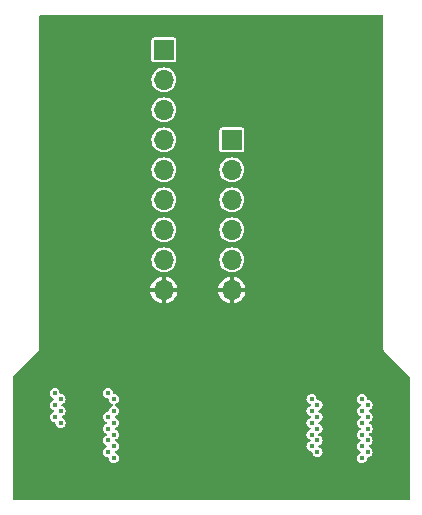
<source format=gbr>
%TF.GenerationSoftware,KiCad,Pcbnew,7.0.8*%
%TF.CreationDate,2023-11-11T12:14:01+10:00*%
%TF.ProjectId,ProgrammingBoard,50726f67-7261-46d6-9d69-6e67426f6172,rev?*%
%TF.SameCoordinates,Original*%
%TF.FileFunction,Copper,L2,Inr*%
%TF.FilePolarity,Positive*%
%FSLAX46Y46*%
G04 Gerber Fmt 4.6, Leading zero omitted, Abs format (unit mm)*
G04 Created by KiCad (PCBNEW 7.0.8) date 2023-11-11 12:14:01*
%MOMM*%
%LPD*%
G01*
G04 APERTURE LIST*
%TA.AperFunction,ComponentPad*%
%ADD10R,1.700000X1.700000*%
%TD*%
%TA.AperFunction,ComponentPad*%
%ADD11O,1.700000X1.700000*%
%TD*%
%TA.AperFunction,ViaPad*%
%ADD12C,0.450000*%
%TD*%
G04 APERTURE END LIST*
D10*
%TO.N,VCC*%
%TO.C,J6*%
X13000000Y25320000D03*
D11*
%TO.N,/Connectors/SDA*%
X13000000Y22780000D03*
%TO.N,/Connectors/SCL*%
X13000000Y20240000D03*
%TO.N,/Connectors/INT1*%
X13000000Y17700000D03*
%TO.N,/Connectors/SWDIO*%
X13000000Y15160000D03*
%TO.N,/Connectors/SWDCLK*%
X13000000Y12620000D03*
%TO.N,/Connectors/RESET*%
X13000000Y10080000D03*
%TO.N,/Connectors/BUTTON*%
X13000000Y7540000D03*
%TO.N,GND*%
X13000000Y5000000D03*
%TD*%
D10*
%TO.N,VCC*%
%TO.C,J5*%
X18750000Y17700000D03*
D11*
%TO.N,/Connectors/LED0*%
X18750000Y15160000D03*
%TO.N,/Connectors/LED1*%
X18750000Y12620000D03*
%TO.N,/Connectors/LED2*%
X18750000Y10080000D03*
%TO.N,/Connectors/LED3*%
X18750000Y7540000D03*
%TO.N,GND*%
X18750000Y5000000D03*
%TD*%
D12*
%TO.N,GND*%
X4250000Y-9250000D03*
X30250000Y-3750000D03*
X3750000Y-8750000D03*
X3750000Y-6750000D03*
X3750000Y-7750000D03*
X25500000Y-9250000D03*
X4250000Y-7250000D03*
X8250000Y-4750000D03*
X4250000Y-8250000D03*
X26000000Y-3750000D03*
%TO.N,/Connectors/ROW0*%
X25500000Y-4250000D03*
%TO.N,/Connectors/COL9*%
X30250000Y-8750000D03*
%TO.N,/Connectors/ROW1*%
X26000000Y-4750000D03*
%TO.N,/Connectors/COL10*%
X29750000Y-9250000D03*
%TO.N,/Connectors/ROW2*%
X25500000Y-5250000D03*
%TO.N,/Connectors/COL0*%
X29750000Y-4250000D03*
%TO.N,/Connectors/ROW3*%
X26000000Y-5750000D03*
%TO.N,/Connectors/COL1*%
X30250000Y-4750000D03*
%TO.N,/Connectors/ROW4*%
X25500000Y-6250000D03*
%TO.N,/Connectors/COL2*%
X29750000Y-5250000D03*
%TO.N,/Connectors/ROW5*%
X26000000Y-6750000D03*
%TO.N,/Connectors/COL3*%
X30250000Y-5750000D03*
%TO.N,/Connectors/ROW6*%
X25500000Y-7250000D03*
%TO.N,/Connectors/COL4*%
X29750000Y-6250000D03*
%TO.N,/Connectors/ROW7*%
X26000000Y-7750000D03*
%TO.N,/Connectors/COL5*%
X30250000Y-6750000D03*
%TO.N,/Connectors/ROW8*%
X25500000Y-8250000D03*
%TO.N,/Connectors/COL6*%
X29750000Y-7250000D03*
%TO.N,/Connectors/ROW9*%
X26000000Y-8750000D03*
%TO.N,/Connectors/COL7*%
X30250000Y-7750000D03*
%TO.N,/Connectors/COL8*%
X29750000Y-8250000D03*
%TO.N,/Connectors/RESET*%
X8250000Y-6750000D03*
%TO.N,VCC*%
X4250000Y-4250000D03*
X4250000Y-5250000D03*
X3750000Y-5750000D03*
X3750000Y-3750000D03*
X3750000Y-4750000D03*
X4250000Y-6250000D03*
%TO.N,/Connectors/SWDCLK*%
X8750000Y-6250000D03*
%TO.N,/Connectors/SWDIO*%
X8250000Y-5750000D03*
%TO.N,/Connectors/LED0*%
X8750000Y-7250000D03*
%TO.N,/Connectors/LED1*%
X8250000Y-7750000D03*
%TO.N,/Connectors/SDA*%
X8250000Y-3750000D03*
%TO.N,/Connectors/SCL*%
X8750000Y-4250000D03*
%TO.N,/Connectors/LED2*%
X8750000Y-8250000D03*
%TO.N,/Connectors/LED3*%
X8250000Y-8750000D03*
%TO.N,/Connectors/BUTTON*%
X8750000Y-9250000D03*
%TO.N,/Connectors/INT1*%
X8750000Y-5250000D03*
%TD*%
%TA.AperFunction,Conductor*%
%TO.N,GND*%
G36*
X31508691Y28280593D02*
G01*
X31544655Y28231093D01*
X31549500Y28200500D01*
X31549500Y50884D01*
X31546654Y34138D01*
X31546887Y34111D01*
X31545638Y23027D01*
X31549189Y-8494D01*
X31549500Y-14039D01*
X31549500Y-22589D01*
X31551402Y-30924D01*
X31552332Y-36398D01*
X31555884Y-67926D01*
X31559568Y-78454D01*
X31559348Y-78530D01*
X31559660Y-79284D01*
X31559871Y-79183D01*
X31564710Y-89233D01*
X31584490Y-114036D01*
X31587702Y-118562D01*
X31592250Y-125799D01*
X31592254Y-125804D01*
X31598299Y-131850D01*
X31601998Y-135989D01*
X31621774Y-160786D01*
X31621776Y-160788D01*
X31621777Y-160788D01*
X31630496Y-167741D01*
X31630349Y-167924D01*
X31644205Y-177754D01*
X33770504Y-2304053D01*
X33798281Y-2358570D01*
X33799500Y-2374057D01*
X33799500Y-12700500D01*
X33780593Y-12758691D01*
X33731093Y-12794655D01*
X33700500Y-12799500D01*
X299500Y-12799500D01*
X241309Y-12780593D01*
X205345Y-12731093D01*
X200500Y-12700500D01*
X200500Y-8750000D01*
X7819196Y-8750000D01*
X7840281Y-8883127D01*
X7840282Y-8883129D01*
X7901470Y-9003217D01*
X7901472Y-9003220D01*
X7996780Y-9098528D01*
X8116874Y-9159719D01*
X8238007Y-9178904D01*
X8238692Y-9179013D01*
X8293209Y-9206790D01*
X8320986Y-9261306D01*
X8340281Y-9383127D01*
X8340282Y-9383129D01*
X8401470Y-9503217D01*
X8401472Y-9503220D01*
X8496780Y-9598528D01*
X8616874Y-9659719D01*
X8750000Y-9680804D01*
X8883126Y-9659719D01*
X9003220Y-9598528D01*
X9098528Y-9503220D01*
X9159719Y-9383126D01*
X9180804Y-9250000D01*
X29319196Y-9250000D01*
X29340281Y-9383127D01*
X29340282Y-9383129D01*
X29401470Y-9503217D01*
X29401472Y-9503220D01*
X29496780Y-9598528D01*
X29616874Y-9659719D01*
X29750000Y-9680804D01*
X29883126Y-9659719D01*
X30003220Y-9598528D01*
X30098528Y-9503220D01*
X30159719Y-9383126D01*
X30179013Y-9261306D01*
X30206790Y-9206791D01*
X30261306Y-9179013D01*
X30383126Y-9159719D01*
X30503220Y-9098528D01*
X30598528Y-9003220D01*
X30659719Y-8883126D01*
X30680804Y-8750000D01*
X30659719Y-8616874D01*
X30598528Y-8496780D01*
X30503220Y-8401472D01*
X30503217Y-8401470D01*
X30379061Y-8338209D01*
X30335796Y-8294945D01*
X30326225Y-8234513D01*
X30354003Y-8179996D01*
X30379061Y-8161791D01*
X30467222Y-8116870D01*
X30503220Y-8098528D01*
X30598528Y-8003220D01*
X30659719Y-7883126D01*
X30680804Y-7750000D01*
X30659719Y-7616874D01*
X30598528Y-7496780D01*
X30503220Y-7401472D01*
X30503217Y-7401470D01*
X30379061Y-7338209D01*
X30335796Y-7294945D01*
X30326225Y-7234513D01*
X30354003Y-7179996D01*
X30379061Y-7161791D01*
X30467222Y-7116870D01*
X30503220Y-7098528D01*
X30598528Y-7003220D01*
X30659719Y-6883126D01*
X30680804Y-6750000D01*
X30659719Y-6616874D01*
X30598528Y-6496780D01*
X30503220Y-6401472D01*
X30503217Y-6401470D01*
X30379061Y-6338209D01*
X30335796Y-6294945D01*
X30326225Y-6234513D01*
X30354003Y-6179996D01*
X30379061Y-6161791D01*
X30467222Y-6116870D01*
X30503220Y-6098528D01*
X30598528Y-6003220D01*
X30659719Y-5883126D01*
X30680804Y-5750000D01*
X30659719Y-5616874D01*
X30598528Y-5496780D01*
X30503220Y-5401472D01*
X30503217Y-5401470D01*
X30379061Y-5338209D01*
X30335796Y-5294945D01*
X30326225Y-5234513D01*
X30354003Y-5179996D01*
X30379061Y-5161791D01*
X30467222Y-5116870D01*
X30503220Y-5098528D01*
X30598528Y-5003220D01*
X30659719Y-4883126D01*
X30680804Y-4750000D01*
X30659719Y-4616874D01*
X30598528Y-4496780D01*
X30503220Y-4401472D01*
X30503217Y-4401470D01*
X30383129Y-4340282D01*
X30383127Y-4340281D01*
X30261306Y-4320986D01*
X30206790Y-4293208D01*
X30179013Y-4238692D01*
X30173960Y-4206790D01*
X30159719Y-4116874D01*
X30098528Y-3996780D01*
X30003220Y-3901472D01*
X30003217Y-3901470D01*
X29883129Y-3840282D01*
X29883127Y-3840281D01*
X29750000Y-3819196D01*
X29616872Y-3840281D01*
X29616870Y-3840282D01*
X29496782Y-3901470D01*
X29401470Y-3996782D01*
X29340282Y-4116870D01*
X29340281Y-4116872D01*
X29319196Y-4249999D01*
X29319196Y-4250000D01*
X29340281Y-4383127D01*
X29340282Y-4383129D01*
X29401470Y-4503217D01*
X29401472Y-4503220D01*
X29496780Y-4598528D01*
X29532778Y-4616870D01*
X29620939Y-4661791D01*
X29664203Y-4705056D01*
X29673774Y-4765488D01*
X29645996Y-4820004D01*
X29620939Y-4838209D01*
X29496781Y-4901471D01*
X29401470Y-4996782D01*
X29340282Y-5116870D01*
X29340281Y-5116872D01*
X29319196Y-5249999D01*
X29319196Y-5250000D01*
X29340281Y-5383127D01*
X29340282Y-5383129D01*
X29401470Y-5503217D01*
X29401472Y-5503220D01*
X29496780Y-5598528D01*
X29532778Y-5616870D01*
X29620939Y-5661791D01*
X29664203Y-5705056D01*
X29673774Y-5765488D01*
X29645996Y-5820004D01*
X29620939Y-5838209D01*
X29496781Y-5901471D01*
X29401470Y-5996782D01*
X29340282Y-6116870D01*
X29340281Y-6116872D01*
X29319196Y-6249999D01*
X29319196Y-6250000D01*
X29340281Y-6383127D01*
X29340282Y-6383129D01*
X29401470Y-6503217D01*
X29401472Y-6503220D01*
X29496780Y-6598528D01*
X29532778Y-6616870D01*
X29620939Y-6661791D01*
X29664203Y-6705056D01*
X29673774Y-6765488D01*
X29645996Y-6820004D01*
X29620939Y-6838209D01*
X29496781Y-6901471D01*
X29401470Y-6996782D01*
X29340282Y-7116870D01*
X29340281Y-7116872D01*
X29319196Y-7249999D01*
X29319196Y-7250000D01*
X29340281Y-7383127D01*
X29340282Y-7383129D01*
X29401470Y-7503217D01*
X29401472Y-7503220D01*
X29496780Y-7598528D01*
X29532778Y-7616870D01*
X29620939Y-7661791D01*
X29664203Y-7705056D01*
X29673774Y-7765488D01*
X29645996Y-7820004D01*
X29620939Y-7838209D01*
X29496781Y-7901471D01*
X29401470Y-7996782D01*
X29340282Y-8116870D01*
X29340281Y-8116872D01*
X29319196Y-8249999D01*
X29319196Y-8250000D01*
X29340281Y-8383127D01*
X29340282Y-8383129D01*
X29401470Y-8503217D01*
X29401472Y-8503220D01*
X29496780Y-8598528D01*
X29532778Y-8616870D01*
X29620939Y-8661791D01*
X29664203Y-8705056D01*
X29673774Y-8765488D01*
X29645996Y-8820004D01*
X29620939Y-8838209D01*
X29496781Y-8901471D01*
X29401470Y-8996782D01*
X29340282Y-9116870D01*
X29340281Y-9116872D01*
X29319196Y-9249999D01*
X29319196Y-9250000D01*
X9180804Y-9250000D01*
X9159719Y-9116874D01*
X9098528Y-8996780D01*
X9003220Y-8901472D01*
X9003217Y-8901470D01*
X8879061Y-8838209D01*
X8835796Y-8794945D01*
X8826225Y-8734513D01*
X8854003Y-8679996D01*
X8879061Y-8661791D01*
X8967222Y-8616870D01*
X9003220Y-8598528D01*
X9098528Y-8503220D01*
X9159719Y-8383126D01*
X9180804Y-8250000D01*
X25069196Y-8250000D01*
X25090281Y-8383127D01*
X25090282Y-8383129D01*
X25151470Y-8503217D01*
X25151472Y-8503220D01*
X25246780Y-8598528D01*
X25366874Y-8659719D01*
X25488007Y-8678904D01*
X25488692Y-8679013D01*
X25543209Y-8706790D01*
X25570986Y-8761306D01*
X25590281Y-8883127D01*
X25590282Y-8883129D01*
X25651470Y-9003217D01*
X25651472Y-9003220D01*
X25746780Y-9098528D01*
X25866874Y-9159719D01*
X26000000Y-9180804D01*
X26133126Y-9159719D01*
X26253220Y-9098528D01*
X26348528Y-9003220D01*
X26409719Y-8883126D01*
X26430804Y-8750000D01*
X26409719Y-8616874D01*
X26348528Y-8496780D01*
X26253220Y-8401472D01*
X26253217Y-8401470D01*
X26129061Y-8338209D01*
X26085796Y-8294945D01*
X26076225Y-8234513D01*
X26104003Y-8179996D01*
X26129061Y-8161791D01*
X26217222Y-8116870D01*
X26253220Y-8098528D01*
X26348528Y-8003220D01*
X26409719Y-7883126D01*
X26430804Y-7750000D01*
X26409719Y-7616874D01*
X26348528Y-7496780D01*
X26253220Y-7401472D01*
X26253217Y-7401470D01*
X26129061Y-7338209D01*
X26085796Y-7294945D01*
X26076225Y-7234513D01*
X26104003Y-7179996D01*
X26129061Y-7161791D01*
X26217222Y-7116870D01*
X26253220Y-7098528D01*
X26348528Y-7003220D01*
X26409719Y-6883126D01*
X26430804Y-6750000D01*
X26409719Y-6616874D01*
X26348528Y-6496780D01*
X26253220Y-6401472D01*
X26253217Y-6401470D01*
X26129061Y-6338209D01*
X26085796Y-6294945D01*
X26076225Y-6234513D01*
X26104003Y-6179996D01*
X26129061Y-6161791D01*
X26217222Y-6116870D01*
X26253220Y-6098528D01*
X26348528Y-6003220D01*
X26409719Y-5883126D01*
X26430804Y-5750000D01*
X26409719Y-5616874D01*
X26348528Y-5496780D01*
X26253220Y-5401472D01*
X26253217Y-5401470D01*
X26129061Y-5338209D01*
X26085796Y-5294945D01*
X26076225Y-5234513D01*
X26104003Y-5179996D01*
X26129061Y-5161791D01*
X26217222Y-5116870D01*
X26253220Y-5098528D01*
X26348528Y-5003220D01*
X26409719Y-4883126D01*
X26430804Y-4750000D01*
X26409719Y-4616874D01*
X26348528Y-4496780D01*
X26253220Y-4401472D01*
X26253217Y-4401470D01*
X26133129Y-4340282D01*
X26133127Y-4340281D01*
X26011306Y-4320986D01*
X25956790Y-4293208D01*
X25929013Y-4238692D01*
X25923960Y-4206790D01*
X25909719Y-4116874D01*
X25848528Y-3996780D01*
X25753220Y-3901472D01*
X25753217Y-3901470D01*
X25633129Y-3840282D01*
X25633127Y-3840281D01*
X25500000Y-3819196D01*
X25366872Y-3840281D01*
X25366870Y-3840282D01*
X25246782Y-3901470D01*
X25151470Y-3996782D01*
X25090282Y-4116870D01*
X25090281Y-4116872D01*
X25069196Y-4249999D01*
X25069196Y-4250000D01*
X25090281Y-4383127D01*
X25090282Y-4383129D01*
X25151470Y-4503217D01*
X25151472Y-4503220D01*
X25246780Y-4598528D01*
X25282778Y-4616870D01*
X25370939Y-4661791D01*
X25414203Y-4705056D01*
X25423774Y-4765488D01*
X25395996Y-4820004D01*
X25370939Y-4838209D01*
X25246781Y-4901471D01*
X25151470Y-4996782D01*
X25090282Y-5116870D01*
X25090281Y-5116872D01*
X25069196Y-5249999D01*
X25069196Y-5250000D01*
X25090281Y-5383127D01*
X25090282Y-5383129D01*
X25151470Y-5503217D01*
X25151472Y-5503220D01*
X25246780Y-5598528D01*
X25282778Y-5616870D01*
X25370939Y-5661791D01*
X25414203Y-5705056D01*
X25423774Y-5765488D01*
X25395996Y-5820004D01*
X25370939Y-5838209D01*
X25246781Y-5901471D01*
X25151470Y-5996782D01*
X25090282Y-6116870D01*
X25090281Y-6116872D01*
X25069196Y-6249999D01*
X25069196Y-6250000D01*
X25090281Y-6383127D01*
X25090282Y-6383129D01*
X25151470Y-6503217D01*
X25151472Y-6503220D01*
X25246780Y-6598528D01*
X25282778Y-6616870D01*
X25370939Y-6661791D01*
X25414203Y-6705056D01*
X25423774Y-6765488D01*
X25395996Y-6820004D01*
X25370939Y-6838209D01*
X25246781Y-6901471D01*
X25151470Y-6996782D01*
X25090282Y-7116870D01*
X25090281Y-7116872D01*
X25069196Y-7249999D01*
X25069196Y-7250000D01*
X25090281Y-7383127D01*
X25090282Y-7383129D01*
X25151470Y-7503217D01*
X25151472Y-7503220D01*
X25246780Y-7598528D01*
X25282778Y-7616870D01*
X25370939Y-7661791D01*
X25414203Y-7705056D01*
X25423774Y-7765488D01*
X25395996Y-7820004D01*
X25370939Y-7838209D01*
X25246781Y-7901471D01*
X25151470Y-7996782D01*
X25090282Y-8116870D01*
X25090281Y-8116872D01*
X25069196Y-8249999D01*
X25069196Y-8250000D01*
X9180804Y-8250000D01*
X9159719Y-8116874D01*
X9098528Y-7996780D01*
X9003220Y-7901472D01*
X9003217Y-7901470D01*
X8879061Y-7838209D01*
X8835796Y-7794945D01*
X8826225Y-7734513D01*
X8854003Y-7679996D01*
X8879061Y-7661791D01*
X8967222Y-7616870D01*
X9003220Y-7598528D01*
X9098528Y-7503220D01*
X9159719Y-7383126D01*
X9180804Y-7250000D01*
X9159719Y-7116874D01*
X9098528Y-6996780D01*
X9003220Y-6901472D01*
X9003217Y-6901470D01*
X8879061Y-6838209D01*
X8835796Y-6794945D01*
X8826225Y-6734513D01*
X8854003Y-6679996D01*
X8879061Y-6661791D01*
X8967222Y-6616870D01*
X9003220Y-6598528D01*
X9098528Y-6503220D01*
X9159719Y-6383126D01*
X9180804Y-6250000D01*
X9159719Y-6116874D01*
X9098528Y-5996780D01*
X9003220Y-5901472D01*
X9003217Y-5901470D01*
X8879061Y-5838209D01*
X8835796Y-5794945D01*
X8826225Y-5734513D01*
X8854003Y-5679996D01*
X8879061Y-5661791D01*
X8967222Y-5616870D01*
X9003220Y-5598528D01*
X9098528Y-5503220D01*
X9159719Y-5383126D01*
X9180804Y-5250000D01*
X9159719Y-5116874D01*
X9098528Y-4996780D01*
X9003220Y-4901472D01*
X9003217Y-4901470D01*
X8879061Y-4838209D01*
X8835796Y-4794945D01*
X8826225Y-4734513D01*
X8854003Y-4679996D01*
X8879061Y-4661791D01*
X8967222Y-4616870D01*
X9003220Y-4598528D01*
X9098528Y-4503220D01*
X9159719Y-4383126D01*
X9180804Y-4250000D01*
X9159719Y-4116874D01*
X9098528Y-3996780D01*
X9003220Y-3901472D01*
X9003217Y-3901470D01*
X8883129Y-3840282D01*
X8883127Y-3840281D01*
X8761306Y-3820986D01*
X8706790Y-3793208D01*
X8679013Y-3738692D01*
X8678904Y-3738007D01*
X8659719Y-3616874D01*
X8598528Y-3496780D01*
X8503220Y-3401472D01*
X8503217Y-3401470D01*
X8383129Y-3340282D01*
X8383127Y-3340281D01*
X8250000Y-3319196D01*
X8116872Y-3340281D01*
X8116870Y-3340282D01*
X7996782Y-3401470D01*
X7901470Y-3496782D01*
X7840282Y-3616870D01*
X7840281Y-3616872D01*
X7819196Y-3749999D01*
X7819196Y-3750000D01*
X7840281Y-3883127D01*
X7840282Y-3883129D01*
X7901470Y-4003217D01*
X7901472Y-4003220D01*
X7996780Y-4098528D01*
X8116874Y-4159719D01*
X8238007Y-4178904D01*
X8238692Y-4179013D01*
X8293209Y-4206790D01*
X8320986Y-4261306D01*
X8340281Y-4383127D01*
X8340282Y-4383129D01*
X8401470Y-4503217D01*
X8401472Y-4503220D01*
X8496780Y-4598528D01*
X8532778Y-4616870D01*
X8620939Y-4661791D01*
X8664203Y-4705056D01*
X8673774Y-4765488D01*
X8645996Y-4820004D01*
X8620939Y-4838209D01*
X8496781Y-4901471D01*
X8401470Y-4996782D01*
X8340282Y-5116870D01*
X8340281Y-5116872D01*
X8320986Y-5238693D01*
X8293208Y-5293209D01*
X8238693Y-5320986D01*
X8116872Y-5340281D01*
X8116870Y-5340282D01*
X7996782Y-5401470D01*
X7901470Y-5496782D01*
X7840282Y-5616870D01*
X7840281Y-5616872D01*
X7819196Y-5749999D01*
X7819196Y-5750000D01*
X7840281Y-5883127D01*
X7840282Y-5883129D01*
X7901470Y-6003217D01*
X7901472Y-6003220D01*
X7996780Y-6098528D01*
X8032778Y-6116870D01*
X8120939Y-6161791D01*
X8164203Y-6205056D01*
X8173774Y-6265488D01*
X8145996Y-6320004D01*
X8120939Y-6338209D01*
X7996781Y-6401471D01*
X7901470Y-6496782D01*
X7840282Y-6616870D01*
X7840281Y-6616872D01*
X7819196Y-6749999D01*
X7819196Y-6750000D01*
X7840281Y-6883127D01*
X7840282Y-6883129D01*
X7901470Y-7003217D01*
X7901472Y-7003220D01*
X7996780Y-7098528D01*
X8032778Y-7116870D01*
X8120939Y-7161791D01*
X8164203Y-7205056D01*
X8173774Y-7265488D01*
X8145996Y-7320004D01*
X8120939Y-7338209D01*
X7996781Y-7401471D01*
X7901470Y-7496782D01*
X7840282Y-7616870D01*
X7840281Y-7616872D01*
X7819196Y-7749999D01*
X7819196Y-7750000D01*
X7840281Y-7883127D01*
X7840282Y-7883129D01*
X7901470Y-8003217D01*
X7901472Y-8003220D01*
X7996780Y-8098528D01*
X8032778Y-8116870D01*
X8120939Y-8161791D01*
X8164203Y-8205056D01*
X8173774Y-8265488D01*
X8145996Y-8320004D01*
X8120939Y-8338209D01*
X7996781Y-8401471D01*
X7901470Y-8496782D01*
X7840282Y-8616870D01*
X7840281Y-8616872D01*
X7819196Y-8749999D01*
X7819196Y-8750000D01*
X200500Y-8750000D01*
X200500Y-5750000D01*
X3319196Y-5750000D01*
X3340281Y-5883127D01*
X3340282Y-5883129D01*
X3401470Y-6003217D01*
X3401472Y-6003220D01*
X3496780Y-6098528D01*
X3616874Y-6159719D01*
X3738007Y-6178904D01*
X3738692Y-6179013D01*
X3793209Y-6206790D01*
X3820986Y-6261306D01*
X3840281Y-6383127D01*
X3840282Y-6383129D01*
X3901470Y-6503217D01*
X3901472Y-6503220D01*
X3996780Y-6598528D01*
X4116874Y-6659719D01*
X4250000Y-6680804D01*
X4383126Y-6659719D01*
X4503220Y-6598528D01*
X4598528Y-6503220D01*
X4659719Y-6383126D01*
X4680804Y-6250000D01*
X4659719Y-6116874D01*
X4598528Y-5996780D01*
X4503220Y-5901472D01*
X4503217Y-5901470D01*
X4379061Y-5838209D01*
X4335796Y-5794945D01*
X4326225Y-5734513D01*
X4354003Y-5679996D01*
X4379061Y-5661791D01*
X4467222Y-5616870D01*
X4503220Y-5598528D01*
X4598528Y-5503220D01*
X4659719Y-5383126D01*
X4680804Y-5250000D01*
X4659719Y-5116874D01*
X4598528Y-4996780D01*
X4503220Y-4901472D01*
X4503217Y-4901470D01*
X4379061Y-4838209D01*
X4335796Y-4794945D01*
X4326225Y-4734513D01*
X4354003Y-4679996D01*
X4379061Y-4661791D01*
X4467222Y-4616870D01*
X4503220Y-4598528D01*
X4598528Y-4503220D01*
X4659719Y-4383126D01*
X4680804Y-4250000D01*
X4659719Y-4116874D01*
X4598528Y-3996780D01*
X4503220Y-3901472D01*
X4503217Y-3901470D01*
X4383129Y-3840282D01*
X4383127Y-3840281D01*
X4261306Y-3820986D01*
X4206790Y-3793208D01*
X4179013Y-3738692D01*
X4178904Y-3738007D01*
X4159719Y-3616874D01*
X4098528Y-3496780D01*
X4003220Y-3401472D01*
X4003217Y-3401470D01*
X3883129Y-3340282D01*
X3883127Y-3340281D01*
X3750000Y-3319196D01*
X3616872Y-3340281D01*
X3616870Y-3340282D01*
X3496782Y-3401470D01*
X3401470Y-3496782D01*
X3340282Y-3616870D01*
X3340281Y-3616872D01*
X3319196Y-3749999D01*
X3319196Y-3750000D01*
X3340281Y-3883127D01*
X3340282Y-3883129D01*
X3401470Y-4003217D01*
X3401472Y-4003220D01*
X3496780Y-4098528D01*
X3532778Y-4116870D01*
X3620939Y-4161791D01*
X3664203Y-4205056D01*
X3673774Y-4265488D01*
X3645996Y-4320004D01*
X3620939Y-4338209D01*
X3496781Y-4401471D01*
X3401470Y-4496782D01*
X3340282Y-4616870D01*
X3340281Y-4616872D01*
X3319196Y-4749999D01*
X3319196Y-4750000D01*
X3340281Y-4883127D01*
X3340282Y-4883129D01*
X3401470Y-5003217D01*
X3401472Y-5003220D01*
X3496780Y-5098528D01*
X3532778Y-5116870D01*
X3620939Y-5161791D01*
X3664203Y-5205056D01*
X3673774Y-5265488D01*
X3645996Y-5320004D01*
X3620939Y-5338209D01*
X3496781Y-5401471D01*
X3401470Y-5496782D01*
X3340282Y-5616870D01*
X3340281Y-5616872D01*
X3319196Y-5749999D01*
X3319196Y-5750000D01*
X200500Y-5750000D01*
X200500Y-2374057D01*
X219407Y-2315866D01*
X229496Y-2304053D01*
X449412Y-2084137D01*
X2355794Y-177754D01*
X2369644Y-167928D01*
X2369499Y-167746D01*
X2378222Y-160789D01*
X2378222Y-160788D01*
X2378224Y-160788D01*
X2398002Y-135986D01*
X2401699Y-131850D01*
X2407749Y-125801D01*
X2412304Y-118551D01*
X2415499Y-114046D01*
X2435290Y-89231D01*
X2435290Y-89227D01*
X2440131Y-79178D01*
X2440343Y-79280D01*
X2440652Y-78532D01*
X2440431Y-78455D01*
X2444115Y-67925D01*
X2444114Y-67925D01*
X2444116Y-67924D01*
X2447670Y-36372D01*
X2448596Y-30929D01*
X2450500Y-22590D01*
X2450500Y-14039D01*
X2450811Y-8499D01*
X2450812Y-8494D01*
X2454363Y23027D01*
X2454361Y23031D01*
X2453114Y34112D01*
X2453345Y34139D01*
X2450500Y50888D01*
X2450500Y4850000D01*
X11858973Y4850000D01*
X11864738Y4787784D01*
X11923064Y4582790D01*
X12018057Y4392017D01*
X12018062Y4392008D01*
X12146496Y4221936D01*
X12146506Y4221925D01*
X12303995Y4078353D01*
X12303994Y4078353D01*
X12485206Y3966153D01*
X12683941Y3889162D01*
X12849999Y3858120D01*
X12850000Y3858120D01*
X12850000Y4518830D01*
X12857685Y4515320D01*
X12964237Y4500000D01*
X13035763Y4500000D01*
X13142315Y4515320D01*
X13150000Y4518830D01*
X13150000Y3858120D01*
X13316058Y3889162D01*
X13514793Y3966153D01*
X13696004Y4078353D01*
X13853493Y4221925D01*
X13853503Y4221936D01*
X13981937Y4392008D01*
X13981942Y4392017D01*
X14076935Y4582790D01*
X14135261Y4787784D01*
X14141027Y4850000D01*
X17608973Y4850000D01*
X17614738Y4787784D01*
X17673064Y4582790D01*
X17768057Y4392017D01*
X17768062Y4392008D01*
X17896496Y4221936D01*
X17896506Y4221925D01*
X18053995Y4078353D01*
X18053994Y4078353D01*
X18235206Y3966153D01*
X18433941Y3889162D01*
X18599999Y3858120D01*
X18600000Y3858120D01*
X18600000Y4518830D01*
X18607685Y4515320D01*
X18714237Y4500000D01*
X18785763Y4500000D01*
X18892315Y4515320D01*
X18900000Y4518830D01*
X18900000Y3858120D01*
X19066058Y3889162D01*
X19264793Y3966153D01*
X19446004Y4078353D01*
X19603493Y4221925D01*
X19603503Y4221936D01*
X19731937Y4392008D01*
X19731942Y4392017D01*
X19826935Y4582790D01*
X19885261Y4787784D01*
X19891027Y4850000D01*
X19227065Y4850000D01*
X19250000Y4928111D01*
X19250000Y5071889D01*
X19227065Y5150000D01*
X19891026Y5150000D01*
X19885261Y5212217D01*
X19826935Y5417211D01*
X19731942Y5607984D01*
X19731937Y5607993D01*
X19603503Y5778065D01*
X19603493Y5778076D01*
X19446004Y5921648D01*
X19446005Y5921648D01*
X19264793Y6033848D01*
X19066061Y6110838D01*
X19066055Y6110840D01*
X18900000Y6141882D01*
X18900000Y5481171D01*
X18892315Y5484680D01*
X18785763Y5500000D01*
X18714237Y5500000D01*
X18607685Y5484680D01*
X18600000Y5481171D01*
X18600000Y6141881D01*
X18599999Y6141882D01*
X18433944Y6110840D01*
X18433938Y6110838D01*
X18235206Y6033848D01*
X18053995Y5921648D01*
X17896506Y5778076D01*
X17896496Y5778065D01*
X17768062Y5607993D01*
X17768057Y5607984D01*
X17673064Y5417211D01*
X17614738Y5212217D01*
X17608973Y5150000D01*
X18272935Y5150000D01*
X18250000Y5071889D01*
X18250000Y4928111D01*
X18272935Y4850000D01*
X17608973Y4850000D01*
X14141027Y4850000D01*
X13477065Y4850000D01*
X13500000Y4928111D01*
X13500000Y5071889D01*
X13477065Y5150000D01*
X14141026Y5150000D01*
X14135261Y5212217D01*
X14076935Y5417211D01*
X13981942Y5607984D01*
X13981937Y5607993D01*
X13853503Y5778065D01*
X13853493Y5778076D01*
X13696004Y5921648D01*
X13696005Y5921648D01*
X13514793Y6033848D01*
X13316061Y6110838D01*
X13316055Y6110840D01*
X13150000Y6141882D01*
X13150000Y5481171D01*
X13142315Y5484680D01*
X13035763Y5500000D01*
X12964237Y5500000D01*
X12857685Y5484680D01*
X12850000Y5481171D01*
X12850000Y6141881D01*
X12849999Y6141882D01*
X12683944Y6110840D01*
X12683938Y6110838D01*
X12485206Y6033848D01*
X12303995Y5921648D01*
X12146506Y5778076D01*
X12146496Y5778065D01*
X12018062Y5607993D01*
X12018057Y5607984D01*
X11923064Y5417211D01*
X11864738Y5212217D01*
X11858973Y5150000D01*
X12522935Y5150000D01*
X12500000Y5071889D01*
X12500000Y4928111D01*
X12522935Y4850000D01*
X11858973Y4850000D01*
X2450500Y4850000D01*
X2450500Y7539997D01*
X11944417Y7539997D01*
X11964698Y7334071D01*
X11964699Y7334066D01*
X12024768Y7136046D01*
X12122316Y6953548D01*
X12253585Y6793596D01*
X12253590Y6793590D01*
X12253595Y6793586D01*
X12413547Y6662317D01*
X12413548Y6662317D01*
X12413550Y6662315D01*
X12596046Y6564768D01*
X12733997Y6522922D01*
X12794065Y6504700D01*
X12794070Y6504699D01*
X12999997Y6484417D01*
X13000000Y6484417D01*
X13000003Y6484417D01*
X13205929Y6504699D01*
X13205934Y6504700D01*
X13403954Y6564768D01*
X13586450Y6662315D01*
X13746410Y6793590D01*
X13877685Y6953550D01*
X13975232Y7136046D01*
X14035300Y7334066D01*
X14035301Y7334071D01*
X14055583Y7539997D01*
X17694417Y7539997D01*
X17714698Y7334071D01*
X17714699Y7334066D01*
X17774768Y7136046D01*
X17872316Y6953548D01*
X18003585Y6793596D01*
X18003590Y6793590D01*
X18003595Y6793586D01*
X18163547Y6662317D01*
X18163548Y6662317D01*
X18163550Y6662315D01*
X18346046Y6564768D01*
X18483997Y6522922D01*
X18544065Y6504700D01*
X18544070Y6504699D01*
X18749997Y6484417D01*
X18750000Y6484417D01*
X18750003Y6484417D01*
X18955929Y6504699D01*
X18955934Y6504700D01*
X19153954Y6564768D01*
X19336450Y6662315D01*
X19496410Y6793590D01*
X19627685Y6953550D01*
X19725232Y7136046D01*
X19785300Y7334066D01*
X19785301Y7334071D01*
X19805583Y7539997D01*
X19805583Y7540004D01*
X19785301Y7745930D01*
X19785300Y7745935D01*
X19767078Y7806003D01*
X19725232Y7943954D01*
X19627685Y8126450D01*
X19496410Y8286410D01*
X19496404Y8286415D01*
X19336452Y8417684D01*
X19153954Y8515232D01*
X18955934Y8575301D01*
X18955929Y8575302D01*
X18750003Y8595583D01*
X18749997Y8595583D01*
X18544070Y8575302D01*
X18544065Y8575301D01*
X18346045Y8515232D01*
X18163547Y8417684D01*
X18003595Y8286415D01*
X18003585Y8286405D01*
X17872316Y8126453D01*
X17774768Y7943955D01*
X17714699Y7745935D01*
X17714698Y7745930D01*
X17694417Y7540004D01*
X17694417Y7539997D01*
X14055583Y7539997D01*
X14055583Y7540004D01*
X14035301Y7745930D01*
X14035300Y7745935D01*
X14017078Y7806003D01*
X13975232Y7943954D01*
X13877685Y8126450D01*
X13746410Y8286410D01*
X13746404Y8286415D01*
X13586452Y8417684D01*
X13403954Y8515232D01*
X13205934Y8575301D01*
X13205929Y8575302D01*
X13000003Y8595583D01*
X12999997Y8595583D01*
X12794070Y8575302D01*
X12794065Y8575301D01*
X12596045Y8515232D01*
X12413547Y8417684D01*
X12253595Y8286415D01*
X12253585Y8286405D01*
X12122316Y8126453D01*
X12024768Y7943955D01*
X11964699Y7745935D01*
X11964698Y7745930D01*
X11944417Y7540004D01*
X11944417Y7539997D01*
X2450500Y7539997D01*
X2450500Y10079997D01*
X11944417Y10079997D01*
X11964698Y9874071D01*
X11964699Y9874066D01*
X12024768Y9676046D01*
X12122316Y9493548D01*
X12253585Y9333596D01*
X12253590Y9333590D01*
X12253595Y9333586D01*
X12413547Y9202317D01*
X12413548Y9202317D01*
X12413550Y9202315D01*
X12596046Y9104768D01*
X12733997Y9062922D01*
X12794065Y9044700D01*
X12794070Y9044699D01*
X12999997Y9024417D01*
X13000000Y9024417D01*
X13000003Y9024417D01*
X13205929Y9044699D01*
X13205934Y9044700D01*
X13403954Y9104768D01*
X13586450Y9202315D01*
X13746410Y9333590D01*
X13877685Y9493550D01*
X13975232Y9676046D01*
X14035300Y9874066D01*
X14035301Y9874071D01*
X14055583Y10079997D01*
X17694417Y10079997D01*
X17714698Y9874071D01*
X17714699Y9874066D01*
X17774768Y9676046D01*
X17872316Y9493548D01*
X18003585Y9333596D01*
X18003590Y9333590D01*
X18003595Y9333586D01*
X18163547Y9202317D01*
X18163548Y9202317D01*
X18163550Y9202315D01*
X18346046Y9104768D01*
X18483997Y9062922D01*
X18544065Y9044700D01*
X18544070Y9044699D01*
X18749997Y9024417D01*
X18750000Y9024417D01*
X18750003Y9024417D01*
X18955929Y9044699D01*
X18955934Y9044700D01*
X19153954Y9104768D01*
X19336450Y9202315D01*
X19496410Y9333590D01*
X19627685Y9493550D01*
X19725232Y9676046D01*
X19785300Y9874066D01*
X19785301Y9874071D01*
X19805583Y10079997D01*
X19805583Y10080004D01*
X19785301Y10285930D01*
X19785300Y10285935D01*
X19767078Y10346003D01*
X19725232Y10483954D01*
X19627685Y10666450D01*
X19496410Y10826410D01*
X19496404Y10826415D01*
X19336452Y10957684D01*
X19153954Y11055232D01*
X18955934Y11115301D01*
X18955929Y11115302D01*
X18750003Y11135583D01*
X18749997Y11135583D01*
X18544070Y11115302D01*
X18544065Y11115301D01*
X18346045Y11055232D01*
X18163547Y10957684D01*
X18003595Y10826415D01*
X18003585Y10826405D01*
X17872316Y10666453D01*
X17774768Y10483955D01*
X17714699Y10285935D01*
X17714698Y10285930D01*
X17694417Y10080004D01*
X17694417Y10079997D01*
X14055583Y10079997D01*
X14055583Y10080004D01*
X14035301Y10285930D01*
X14035300Y10285935D01*
X14017078Y10346003D01*
X13975232Y10483954D01*
X13877685Y10666450D01*
X13746410Y10826410D01*
X13746404Y10826415D01*
X13586452Y10957684D01*
X13403954Y11055232D01*
X13205934Y11115301D01*
X13205929Y11115302D01*
X13000003Y11135583D01*
X12999997Y11135583D01*
X12794070Y11115302D01*
X12794065Y11115301D01*
X12596045Y11055232D01*
X12413547Y10957684D01*
X12253595Y10826415D01*
X12253585Y10826405D01*
X12122316Y10666453D01*
X12024768Y10483955D01*
X11964699Y10285935D01*
X11964698Y10285930D01*
X11944417Y10080004D01*
X11944417Y10079997D01*
X2450500Y10079997D01*
X2450500Y12619997D01*
X11944417Y12619997D01*
X11964698Y12414071D01*
X11964699Y12414066D01*
X12024768Y12216046D01*
X12122316Y12033548D01*
X12253585Y11873596D01*
X12253590Y11873590D01*
X12253595Y11873586D01*
X12413547Y11742317D01*
X12413548Y11742317D01*
X12413550Y11742315D01*
X12596046Y11644768D01*
X12733997Y11602922D01*
X12794065Y11584700D01*
X12794070Y11584699D01*
X12999997Y11564417D01*
X13000000Y11564417D01*
X13000003Y11564417D01*
X13205929Y11584699D01*
X13205934Y11584700D01*
X13403954Y11644768D01*
X13586450Y11742315D01*
X13746410Y11873590D01*
X13877685Y12033550D01*
X13975232Y12216046D01*
X14035300Y12414066D01*
X14035301Y12414071D01*
X14055583Y12619997D01*
X17694417Y12619997D01*
X17714698Y12414071D01*
X17714699Y12414066D01*
X17774768Y12216046D01*
X17872316Y12033548D01*
X18003585Y11873596D01*
X18003590Y11873590D01*
X18003595Y11873586D01*
X18163547Y11742317D01*
X18163548Y11742317D01*
X18163550Y11742315D01*
X18346046Y11644768D01*
X18483997Y11602922D01*
X18544065Y11584700D01*
X18544070Y11584699D01*
X18749997Y11564417D01*
X18750000Y11564417D01*
X18750003Y11564417D01*
X18955929Y11584699D01*
X18955934Y11584700D01*
X19153954Y11644768D01*
X19336450Y11742315D01*
X19496410Y11873590D01*
X19627685Y12033550D01*
X19725232Y12216046D01*
X19785300Y12414066D01*
X19785301Y12414071D01*
X19805583Y12619997D01*
X19805583Y12620004D01*
X19785301Y12825930D01*
X19785300Y12825935D01*
X19767078Y12886003D01*
X19725232Y13023954D01*
X19627685Y13206450D01*
X19496410Y13366410D01*
X19496404Y13366415D01*
X19336452Y13497684D01*
X19153954Y13595232D01*
X18955934Y13655301D01*
X18955929Y13655302D01*
X18750003Y13675583D01*
X18749997Y13675583D01*
X18544070Y13655302D01*
X18544065Y13655301D01*
X18346045Y13595232D01*
X18163547Y13497684D01*
X18003595Y13366415D01*
X18003585Y13366405D01*
X17872316Y13206453D01*
X17774768Y13023955D01*
X17714699Y12825935D01*
X17714698Y12825930D01*
X17694417Y12620004D01*
X17694417Y12619997D01*
X14055583Y12619997D01*
X14055583Y12620004D01*
X14035301Y12825930D01*
X14035300Y12825935D01*
X14017078Y12886003D01*
X13975232Y13023954D01*
X13877685Y13206450D01*
X13746410Y13366410D01*
X13746404Y13366415D01*
X13586452Y13497684D01*
X13403954Y13595232D01*
X13205934Y13655301D01*
X13205929Y13655302D01*
X13000003Y13675583D01*
X12999997Y13675583D01*
X12794070Y13655302D01*
X12794065Y13655301D01*
X12596045Y13595232D01*
X12413547Y13497684D01*
X12253595Y13366415D01*
X12253585Y13366405D01*
X12122316Y13206453D01*
X12024768Y13023955D01*
X11964699Y12825935D01*
X11964698Y12825930D01*
X11944417Y12620004D01*
X11944417Y12619997D01*
X2450500Y12619997D01*
X2450500Y15159997D01*
X11944417Y15159997D01*
X11964698Y14954071D01*
X11964699Y14954066D01*
X12024768Y14756046D01*
X12122316Y14573548D01*
X12253585Y14413596D01*
X12253590Y14413590D01*
X12253595Y14413586D01*
X12413547Y14282317D01*
X12413548Y14282317D01*
X12413550Y14282315D01*
X12596046Y14184768D01*
X12733997Y14142922D01*
X12794065Y14124700D01*
X12794070Y14124699D01*
X12999997Y14104417D01*
X13000000Y14104417D01*
X13000003Y14104417D01*
X13205929Y14124699D01*
X13205934Y14124700D01*
X13403954Y14184768D01*
X13586450Y14282315D01*
X13746410Y14413590D01*
X13877685Y14573550D01*
X13975232Y14756046D01*
X14035300Y14954066D01*
X14035301Y14954071D01*
X14055583Y15159997D01*
X17694417Y15159997D01*
X17714698Y14954071D01*
X17714699Y14954066D01*
X17774768Y14756046D01*
X17872316Y14573548D01*
X18003585Y14413596D01*
X18003590Y14413590D01*
X18003595Y14413586D01*
X18163547Y14282317D01*
X18163548Y14282317D01*
X18163550Y14282315D01*
X18346046Y14184768D01*
X18483997Y14142922D01*
X18544065Y14124700D01*
X18544070Y14124699D01*
X18749997Y14104417D01*
X18750000Y14104417D01*
X18750003Y14104417D01*
X18955929Y14124699D01*
X18955934Y14124700D01*
X19153954Y14184768D01*
X19336450Y14282315D01*
X19496410Y14413590D01*
X19627685Y14573550D01*
X19725232Y14756046D01*
X19785300Y14954066D01*
X19785301Y14954071D01*
X19805583Y15159997D01*
X19805583Y15160004D01*
X19785301Y15365930D01*
X19785300Y15365935D01*
X19767078Y15426003D01*
X19725232Y15563954D01*
X19627685Y15746450D01*
X19496410Y15906410D01*
X19496404Y15906415D01*
X19336452Y16037684D01*
X19153954Y16135232D01*
X18955934Y16195301D01*
X18955929Y16195302D01*
X18750003Y16215583D01*
X18749997Y16215583D01*
X18544070Y16195302D01*
X18544065Y16195301D01*
X18346045Y16135232D01*
X18163547Y16037684D01*
X18003595Y15906415D01*
X18003585Y15906405D01*
X17872316Y15746453D01*
X17774768Y15563955D01*
X17714699Y15365935D01*
X17714698Y15365930D01*
X17694417Y15160004D01*
X17694417Y15159997D01*
X14055583Y15159997D01*
X14055583Y15160004D01*
X14035301Y15365930D01*
X14035300Y15365935D01*
X14017078Y15426003D01*
X13975232Y15563954D01*
X13877685Y15746450D01*
X13746410Y15906410D01*
X13746404Y15906415D01*
X13586452Y16037684D01*
X13403954Y16135232D01*
X13205934Y16195301D01*
X13205929Y16195302D01*
X13000003Y16215583D01*
X12999997Y16215583D01*
X12794070Y16195302D01*
X12794065Y16195301D01*
X12596045Y16135232D01*
X12413547Y16037684D01*
X12253595Y15906415D01*
X12253585Y15906405D01*
X12122316Y15746453D01*
X12024768Y15563955D01*
X11964699Y15365935D01*
X11964698Y15365930D01*
X11944417Y15160004D01*
X11944417Y15159997D01*
X2450500Y15159997D01*
X2450500Y17699997D01*
X11944417Y17699997D01*
X11964698Y17494071D01*
X11964699Y17494066D01*
X12024768Y17296046D01*
X12122316Y17113548D01*
X12253585Y16953596D01*
X12253590Y16953590D01*
X12253595Y16953586D01*
X12413547Y16822317D01*
X12413548Y16822317D01*
X12413550Y16822315D01*
X12596046Y16724768D01*
X12733997Y16682922D01*
X12794065Y16664700D01*
X12794070Y16664699D01*
X12999997Y16644417D01*
X13000000Y16644417D01*
X13000003Y16644417D01*
X13205929Y16664699D01*
X13205934Y16664700D01*
X13403954Y16724768D01*
X13586450Y16822315D01*
X13596124Y16830254D01*
X17699500Y16830254D01*
X17699501Y16830242D01*
X17711132Y16771773D01*
X17711134Y16771767D01*
X17755445Y16705452D01*
X17755448Y16705448D01*
X17821769Y16661133D01*
X17866231Y16652289D01*
X17880241Y16649502D01*
X17880246Y16649502D01*
X17880252Y16649500D01*
X17880253Y16649500D01*
X19619747Y16649500D01*
X19619748Y16649500D01*
X19678231Y16661133D01*
X19744552Y16705448D01*
X19788867Y16771769D01*
X19800500Y16830252D01*
X19800500Y18569748D01*
X19798921Y18577684D01*
X19797711Y18583769D01*
X19788867Y18628231D01*
X19744552Y18694552D01*
X19744548Y18694555D01*
X19678233Y18738866D01*
X19678231Y18738867D01*
X19678228Y18738868D01*
X19678227Y18738868D01*
X19619758Y18750499D01*
X19619748Y18750500D01*
X17880252Y18750500D01*
X17880251Y18750500D01*
X17880241Y18750499D01*
X17821772Y18738868D01*
X17821766Y18738866D01*
X17755451Y18694555D01*
X17755445Y18694549D01*
X17711134Y18628234D01*
X17711132Y18628228D01*
X17699501Y18569759D01*
X17699500Y18569747D01*
X17699500Y16830254D01*
X13596124Y16830254D01*
X13746410Y16953590D01*
X13877685Y17113550D01*
X13975232Y17296046D01*
X14035300Y17494066D01*
X14035301Y17494071D01*
X14055583Y17699997D01*
X14055583Y17700004D01*
X14035301Y17905930D01*
X14035300Y17905935D01*
X14017078Y17966003D01*
X13975232Y18103954D01*
X13877685Y18286450D01*
X13746410Y18446410D01*
X13596123Y18569747D01*
X13586452Y18577684D01*
X13403954Y18675232D01*
X13205934Y18735301D01*
X13205929Y18735302D01*
X13000003Y18755583D01*
X12999997Y18755583D01*
X12794070Y18735302D01*
X12794065Y18735301D01*
X12596045Y18675232D01*
X12413547Y18577684D01*
X12253595Y18446415D01*
X12253585Y18446405D01*
X12122316Y18286453D01*
X12024768Y18103955D01*
X11964699Y17905935D01*
X11964698Y17905930D01*
X11944417Y17700004D01*
X11944417Y17699997D01*
X2450500Y17699997D01*
X2450500Y20239997D01*
X11944417Y20239997D01*
X11964698Y20034071D01*
X11964699Y20034066D01*
X12024768Y19836046D01*
X12122316Y19653548D01*
X12253585Y19493596D01*
X12253590Y19493590D01*
X12253595Y19493586D01*
X12413547Y19362317D01*
X12413548Y19362317D01*
X12413550Y19362315D01*
X12596046Y19264768D01*
X12733997Y19222922D01*
X12794065Y19204700D01*
X12794070Y19204699D01*
X12999997Y19184417D01*
X13000000Y19184417D01*
X13000003Y19184417D01*
X13205929Y19204699D01*
X13205934Y19204700D01*
X13403954Y19264768D01*
X13586450Y19362315D01*
X13746410Y19493590D01*
X13877685Y19653550D01*
X13975232Y19836046D01*
X14035300Y20034066D01*
X14035301Y20034071D01*
X14055583Y20239997D01*
X14055583Y20240004D01*
X14035301Y20445930D01*
X14035300Y20445935D01*
X14017078Y20506003D01*
X13975232Y20643954D01*
X13877685Y20826450D01*
X13746410Y20986410D01*
X13746404Y20986415D01*
X13586452Y21117684D01*
X13403954Y21215232D01*
X13205934Y21275301D01*
X13205929Y21275302D01*
X13000003Y21295583D01*
X12999997Y21295583D01*
X12794070Y21275302D01*
X12794065Y21275301D01*
X12596045Y21215232D01*
X12413547Y21117684D01*
X12253595Y20986415D01*
X12253585Y20986405D01*
X12122316Y20826453D01*
X12024768Y20643955D01*
X11964699Y20445935D01*
X11964698Y20445930D01*
X11944417Y20240004D01*
X11944417Y20239997D01*
X2450500Y20239997D01*
X2450500Y22779997D01*
X11944417Y22779997D01*
X11964698Y22574071D01*
X11964699Y22574066D01*
X12024768Y22376046D01*
X12122316Y22193548D01*
X12253585Y22033596D01*
X12253590Y22033590D01*
X12253595Y22033586D01*
X12413547Y21902317D01*
X12413548Y21902317D01*
X12413550Y21902315D01*
X12596046Y21804768D01*
X12733997Y21762922D01*
X12794065Y21744700D01*
X12794070Y21744699D01*
X12999997Y21724417D01*
X13000000Y21724417D01*
X13000003Y21724417D01*
X13205929Y21744699D01*
X13205934Y21744700D01*
X13403954Y21804768D01*
X13586450Y21902315D01*
X13746410Y22033590D01*
X13877685Y22193550D01*
X13975232Y22376046D01*
X14035300Y22574066D01*
X14035301Y22574071D01*
X14055583Y22779997D01*
X14055583Y22780004D01*
X14035301Y22985930D01*
X14035300Y22985935D01*
X14017078Y23046003D01*
X13975232Y23183954D01*
X13877685Y23366450D01*
X13746410Y23526410D01*
X13746404Y23526415D01*
X13586452Y23657684D01*
X13403954Y23755232D01*
X13205934Y23815301D01*
X13205929Y23815302D01*
X13000003Y23835583D01*
X12999997Y23835583D01*
X12794070Y23815302D01*
X12794065Y23815301D01*
X12596045Y23755232D01*
X12413547Y23657684D01*
X12253595Y23526415D01*
X12253585Y23526405D01*
X12122316Y23366453D01*
X12024768Y23183955D01*
X11964699Y22985935D01*
X11964698Y22985930D01*
X11944417Y22780004D01*
X11944417Y22779997D01*
X2450500Y22779997D01*
X2450500Y24450254D01*
X11949500Y24450254D01*
X11949501Y24450242D01*
X11961132Y24391773D01*
X11961133Y24391769D01*
X12005448Y24325448D01*
X12071769Y24281133D01*
X12116231Y24272289D01*
X12130241Y24269502D01*
X12130246Y24269502D01*
X12130252Y24269500D01*
X12130253Y24269500D01*
X13869747Y24269500D01*
X13869748Y24269500D01*
X13928231Y24281133D01*
X13994552Y24325448D01*
X14038867Y24391769D01*
X14050500Y24450252D01*
X14050500Y26189748D01*
X14038867Y26248231D01*
X13994552Y26314552D01*
X13994548Y26314555D01*
X13928233Y26358866D01*
X13928231Y26358867D01*
X13928228Y26358868D01*
X13928227Y26358868D01*
X13869758Y26370499D01*
X13869748Y26370500D01*
X12130252Y26370500D01*
X12130251Y26370500D01*
X12130241Y26370499D01*
X12071772Y26358868D01*
X12071766Y26358866D01*
X12005451Y26314555D01*
X12005445Y26314549D01*
X11961134Y26248234D01*
X11961132Y26248228D01*
X11949501Y26189759D01*
X11949500Y26189747D01*
X11949500Y24450254D01*
X2450500Y24450254D01*
X2450500Y28200500D01*
X2469407Y28258691D01*
X2518907Y28294655D01*
X2549500Y28299500D01*
X31450500Y28299500D01*
X31508691Y28280593D01*
G37*
%TD.AperFunction*%
%TD*%
M02*

</source>
